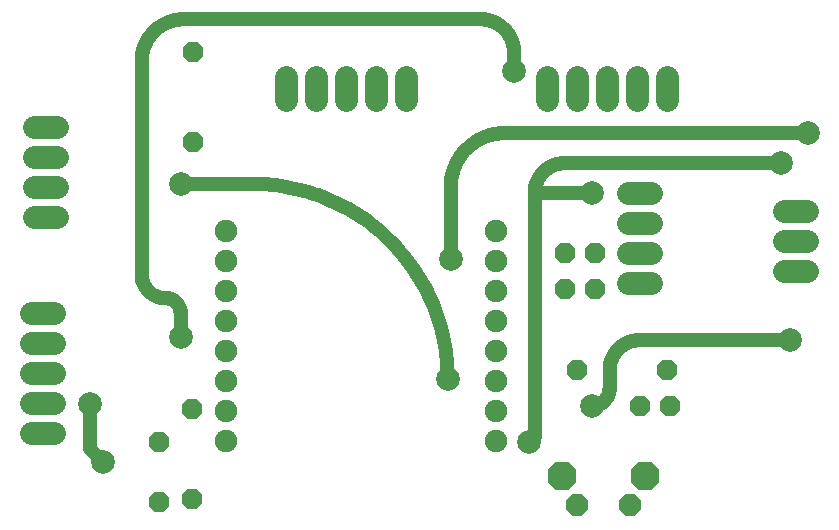
<source format=gbr>
G04 EAGLE Gerber X2 export*
%TF.Part,Single*%
%TF.FileFunction,Copper,L1,Top,Mixed*%
%TF.FilePolarity,Positive*%
%TF.GenerationSoftware,Autodesk,EAGLE,9.1.0*%
%TF.CreationDate,2020-08-17T04:28:19Z*%
G75*
%MOMM*%
%FSLAX34Y34*%
%LPD*%
%AMOC8*
5,1,8,0,0,1.08239X$1,22.5*%
G01*
%ADD10P,1.853918X8X22.500000*%
%ADD11P,1.853918X8X112.500000*%
%ADD12P,1.853918X8X292.500000*%
%ADD13C,1.900000*%
%ADD14P,2.056541X8X22.500000*%
%ADD15P,2.597736X8X22.500000*%
%ADD16C,1.916000*%
%ADD17P,1.853918X8X202.500000*%
%ADD18C,2.000000*%
%ADD19C,1.200000*%


D10*
X528320Y124460D03*
X553720Y124460D03*
D11*
X149700Y45800D03*
X149700Y122000D03*
D12*
X121760Y93980D03*
X121760Y43180D03*
D13*
X177800Y120650D03*
X177800Y146050D03*
X177800Y171450D03*
X177800Y196850D03*
X177800Y222250D03*
X177800Y247650D03*
X177800Y273050D03*
X406400Y120650D03*
X406400Y146050D03*
X406400Y171450D03*
X406400Y196850D03*
X406400Y222250D03*
X406400Y247650D03*
X406400Y273050D03*
X177800Y95250D03*
X406400Y95250D03*
D14*
X475340Y40640D03*
X520340Y40640D03*
D15*
X532840Y65640D03*
X462840Y65640D03*
D16*
X32440Y101680D02*
X13280Y101680D01*
X13280Y127080D02*
X32440Y127080D01*
X32440Y152480D02*
X13280Y152480D01*
X13280Y177880D02*
X32440Y177880D01*
X32440Y203280D02*
X13280Y203280D01*
X15820Y284480D02*
X34980Y284480D01*
X34980Y309880D02*
X15820Y309880D01*
X15820Y335280D02*
X34980Y335280D01*
X34980Y360680D02*
X15820Y360680D01*
X228600Y384120D02*
X228600Y403280D01*
X254000Y403280D02*
X254000Y384120D01*
X279400Y384120D02*
X279400Y403280D01*
X304800Y403280D02*
X304800Y384120D01*
X330200Y384120D02*
X330200Y403280D01*
X449580Y403280D02*
X449580Y384120D01*
X474980Y384120D02*
X474980Y403280D01*
X500380Y403280D02*
X500380Y384120D01*
X525780Y384120D02*
X525780Y403280D01*
X551180Y403280D02*
X551180Y384120D01*
D17*
X551180Y154940D03*
X474980Y154940D03*
D16*
X518740Y228600D02*
X537900Y228600D01*
X537900Y254000D02*
X518740Y254000D01*
X518740Y279400D02*
X537900Y279400D01*
X537900Y304800D02*
X518740Y304800D01*
D12*
X150000Y424060D03*
X150000Y347860D03*
D10*
X464820Y223520D03*
X490220Y223520D03*
X464820Y254000D03*
X490220Y254000D03*
D16*
X650820Y289560D02*
X669980Y289560D01*
X669980Y264160D02*
X650820Y264160D01*
X650820Y238760D02*
X669980Y238760D01*
D18*
X487680Y304800D03*
D19*
X439420Y304800D01*
D18*
X434340Y93980D03*
D19*
X434480Y93982D01*
X434620Y93988D01*
X434760Y93997D01*
X434899Y94011D01*
X435038Y94028D01*
X435176Y94049D01*
X435314Y94074D01*
X435451Y94103D01*
X435587Y94135D01*
X435722Y94172D01*
X435856Y94212D01*
X435989Y94255D01*
X436121Y94303D01*
X436252Y94353D01*
X436381Y94408D01*
X436508Y94466D01*
X436634Y94527D01*
X436758Y94592D01*
X436880Y94661D01*
X437000Y94732D01*
X437118Y94807D01*
X437235Y94885D01*
X437349Y94967D01*
X437460Y95051D01*
X437569Y95139D01*
X437676Y95229D01*
X437781Y95323D01*
X437882Y95419D01*
X437981Y95518D01*
X438077Y95619D01*
X438171Y95724D01*
X438261Y95831D01*
X438349Y95940D01*
X438433Y96051D01*
X438515Y96165D01*
X438593Y96282D01*
X438668Y96400D01*
X438739Y96520D01*
X438808Y96642D01*
X438873Y96766D01*
X438934Y96892D01*
X438992Y97019D01*
X439047Y97148D01*
X439097Y97279D01*
X439145Y97411D01*
X439188Y97544D01*
X439228Y97678D01*
X439265Y97813D01*
X439297Y97949D01*
X439326Y98086D01*
X439351Y98224D01*
X439372Y98362D01*
X439389Y98501D01*
X439403Y98640D01*
X439412Y98780D01*
X439418Y98920D01*
X439420Y99060D01*
X439420Y304800D01*
X439427Y305414D01*
X439450Y306027D01*
X439487Y306640D01*
X439539Y307251D01*
X439605Y307862D01*
X439687Y308470D01*
X439783Y309076D01*
X439893Y309680D01*
X440018Y310281D01*
X440158Y310879D01*
X440312Y311473D01*
X440481Y312063D01*
X440663Y312649D01*
X440860Y313230D01*
X441071Y313807D01*
X441295Y314378D01*
X441533Y314944D01*
X441785Y315504D01*
X442051Y316057D01*
X442329Y316604D01*
X442621Y317144D01*
X442926Y317677D01*
X443244Y318202D01*
X443574Y318720D01*
X443916Y319229D01*
X444271Y319730D01*
X444638Y320222D01*
X445016Y320705D01*
X445406Y321179D01*
X445808Y321643D01*
X446220Y322098D01*
X446644Y322542D01*
X447078Y322976D01*
X447522Y323400D01*
X447977Y323812D01*
X448441Y324214D01*
X448915Y324604D01*
X449398Y324982D01*
X449890Y325349D01*
X450391Y325704D01*
X450900Y326046D01*
X451418Y326376D01*
X451943Y326694D01*
X452476Y326999D01*
X453016Y327291D01*
X453563Y327569D01*
X454116Y327835D01*
X454676Y328087D01*
X455242Y328325D01*
X455813Y328549D01*
X456390Y328760D01*
X456971Y328957D01*
X457557Y329139D01*
X458147Y329308D01*
X458741Y329462D01*
X459339Y329602D01*
X459940Y329727D01*
X460544Y329837D01*
X461150Y329933D01*
X461758Y330015D01*
X462369Y330081D01*
X462980Y330133D01*
X463593Y330170D01*
X464206Y330193D01*
X464820Y330200D01*
X647700Y330200D01*
D18*
X647700Y330200D03*
X422000Y408000D03*
D19*
X142240Y452120D02*
X141381Y452110D01*
X140522Y452078D01*
X139664Y452027D01*
X138808Y451954D01*
X137954Y451861D01*
X137102Y451747D01*
X136253Y451612D01*
X135408Y451458D01*
X134567Y451282D01*
X133730Y451087D01*
X132898Y450871D01*
X132072Y450635D01*
X131251Y450380D01*
X130437Y450104D01*
X129630Y449809D01*
X128831Y449495D01*
X128039Y449161D01*
X127255Y448808D01*
X126480Y448437D01*
X125714Y448047D01*
X124958Y447638D01*
X124213Y447212D01*
X123477Y446767D01*
X122753Y446305D01*
X122040Y445825D01*
X121338Y445329D01*
X120649Y444815D01*
X119973Y444285D01*
X119309Y443739D01*
X118659Y443177D01*
X118023Y442599D01*
X117401Y442007D01*
X116793Y441399D01*
X116201Y440777D01*
X115623Y440141D01*
X115061Y439491D01*
X114515Y438827D01*
X113985Y438151D01*
X113471Y437462D01*
X112975Y436760D01*
X112495Y436047D01*
X112033Y435323D01*
X111588Y434587D01*
X111162Y433842D01*
X110753Y433086D01*
X110363Y432320D01*
X109992Y431545D01*
X109639Y430761D01*
X109305Y429969D01*
X108991Y429170D01*
X108696Y428363D01*
X108420Y427549D01*
X108165Y426728D01*
X107929Y425902D01*
X107713Y425070D01*
X107518Y424233D01*
X107342Y423392D01*
X107188Y422547D01*
X107053Y421698D01*
X106939Y420846D01*
X106846Y419992D01*
X106773Y419136D01*
X106722Y418278D01*
X106690Y417419D01*
X106680Y416560D01*
X393700Y452120D02*
X394384Y452112D01*
X395067Y452087D01*
X395750Y452046D01*
X396431Y451988D01*
X397111Y451914D01*
X397789Y451823D01*
X398465Y451716D01*
X399137Y451593D01*
X399807Y451453D01*
X400473Y451298D01*
X401135Y451126D01*
X401792Y450938D01*
X402445Y450735D01*
X403093Y450516D01*
X403735Y450281D01*
X404372Y450031D01*
X405002Y449765D01*
X405626Y449485D01*
X406242Y449189D01*
X406852Y448878D01*
X407453Y448553D01*
X408047Y448214D01*
X408632Y447860D01*
X409209Y447492D01*
X409776Y447110D01*
X410334Y446715D01*
X410883Y446307D01*
X411421Y445885D01*
X411949Y445450D01*
X412466Y445003D01*
X412973Y444543D01*
X413468Y444071D01*
X413951Y443588D01*
X414423Y443093D01*
X414883Y442586D01*
X415330Y442069D01*
X415765Y441541D01*
X416187Y441003D01*
X416595Y440454D01*
X416990Y439896D01*
X417372Y439329D01*
X417740Y438752D01*
X418094Y438167D01*
X418433Y437573D01*
X418758Y436972D01*
X419069Y436362D01*
X419365Y435746D01*
X419645Y435122D01*
X419911Y434492D01*
X420161Y433855D01*
X420396Y433213D01*
X420615Y432565D01*
X420818Y431912D01*
X421006Y431255D01*
X421178Y430593D01*
X421333Y429927D01*
X421473Y429257D01*
X421596Y428585D01*
X421703Y427909D01*
X421794Y427231D01*
X421868Y426551D01*
X421926Y425870D01*
X421967Y425187D01*
X421992Y424504D01*
X422000Y423820D01*
X422000Y408000D01*
X393700Y452120D02*
X142240Y452120D01*
D18*
X139700Y182880D03*
D19*
X139700Y203200D01*
X139696Y203507D01*
X139685Y203814D01*
X139667Y204120D01*
X139641Y204426D01*
X139607Y204731D01*
X139567Y205035D01*
X139519Y205338D01*
X139463Y205640D01*
X139401Y205940D01*
X139331Y206239D01*
X139254Y206536D01*
X139170Y206832D01*
X139078Y207125D01*
X138980Y207415D01*
X138875Y207703D01*
X138762Y207989D01*
X138643Y208272D01*
X138517Y208552D01*
X138385Y208829D01*
X138245Y209102D01*
X138099Y209372D01*
X137947Y209638D01*
X137788Y209901D01*
X137623Y210160D01*
X137452Y210414D01*
X137275Y210665D01*
X137091Y210911D01*
X136902Y211153D01*
X136707Y211389D01*
X136506Y211622D01*
X136300Y211849D01*
X136088Y212071D01*
X135871Y212288D01*
X135649Y212500D01*
X135422Y212706D01*
X135189Y212907D01*
X134953Y213102D01*
X134711Y213291D01*
X134465Y213475D01*
X134214Y213652D01*
X133960Y213823D01*
X133701Y213988D01*
X133438Y214147D01*
X133172Y214299D01*
X132902Y214445D01*
X132629Y214585D01*
X132352Y214717D01*
X132072Y214843D01*
X131789Y214962D01*
X131503Y215075D01*
X131215Y215180D01*
X130925Y215278D01*
X130632Y215370D01*
X130336Y215454D01*
X130039Y215531D01*
X129740Y215601D01*
X129440Y215663D01*
X129138Y215719D01*
X128835Y215767D01*
X128531Y215807D01*
X128226Y215841D01*
X127920Y215867D01*
X127614Y215885D01*
X127307Y215896D01*
X127000Y215900D01*
X126509Y215906D01*
X126018Y215924D01*
X125528Y215953D01*
X125039Y215995D01*
X124551Y216048D01*
X124064Y216113D01*
X123579Y216190D01*
X123096Y216279D01*
X122615Y216379D01*
X122137Y216490D01*
X121662Y216614D01*
X121190Y216748D01*
X120721Y216895D01*
X120256Y217052D01*
X119794Y217220D01*
X119337Y217400D01*
X118885Y217591D01*
X118437Y217792D01*
X117994Y218005D01*
X117557Y218228D01*
X117125Y218461D01*
X116699Y218705D01*
X116278Y218959D01*
X115864Y219223D01*
X115457Y219497D01*
X115056Y219781D01*
X114662Y220074D01*
X114276Y220377D01*
X113897Y220689D01*
X113525Y221010D01*
X113162Y221340D01*
X112806Y221679D01*
X112459Y222026D01*
X112120Y222382D01*
X111790Y222745D01*
X111469Y223117D01*
X111157Y223496D01*
X110854Y223882D01*
X110561Y224276D01*
X110277Y224677D01*
X110003Y225084D01*
X109739Y225498D01*
X109485Y225919D01*
X109241Y226345D01*
X109008Y226777D01*
X108785Y227214D01*
X108572Y227657D01*
X108371Y228105D01*
X108180Y228557D01*
X108000Y229014D01*
X107832Y229476D01*
X107675Y229941D01*
X107528Y230410D01*
X107394Y230882D01*
X107270Y231357D01*
X107159Y231835D01*
X107059Y232316D01*
X106970Y232799D01*
X106893Y233284D01*
X106828Y233771D01*
X106775Y234259D01*
X106733Y234748D01*
X106704Y235238D01*
X106686Y235729D01*
X106680Y236220D01*
X106680Y416560D01*
X140300Y312780D02*
X169220Y312780D01*
D18*
X140300Y312780D03*
X365760Y147320D03*
D19*
X365710Y151381D01*
X365561Y155439D01*
X365312Y159492D01*
X364963Y163538D01*
X364516Y167574D01*
X363969Y171598D01*
X363324Y175607D01*
X362581Y179600D01*
X361740Y183572D01*
X360801Y187524D01*
X359766Y191450D01*
X358635Y195351D01*
X357409Y199222D01*
X356088Y203062D01*
X354673Y206868D01*
X353165Y210639D01*
X351565Y214371D01*
X349874Y218063D01*
X348093Y221713D01*
X346223Y225317D01*
X344265Y228875D01*
X342220Y232383D01*
X340089Y235841D01*
X337875Y239245D01*
X335578Y242593D01*
X333199Y245884D01*
X330740Y249116D01*
X328202Y252287D01*
X325588Y255394D01*
X322898Y258436D01*
X320134Y261411D01*
X317298Y264318D01*
X314391Y267154D01*
X311416Y269918D01*
X308374Y272608D01*
X305267Y275222D01*
X302096Y277760D01*
X298864Y280219D01*
X295573Y282598D01*
X292225Y284895D01*
X288821Y287109D01*
X285363Y289240D01*
X281855Y291285D01*
X278297Y293243D01*
X274693Y295113D01*
X271043Y296894D01*
X267351Y298585D01*
X263619Y300185D01*
X259848Y301693D01*
X256042Y303108D01*
X252202Y304429D01*
X248331Y305655D01*
X244430Y306786D01*
X240504Y307821D01*
X236552Y308760D01*
X232580Y309601D01*
X228587Y310344D01*
X224578Y310989D01*
X220554Y311536D01*
X216518Y311983D01*
X212472Y312332D01*
X208419Y312581D01*
X204361Y312730D01*
X200300Y312780D01*
X140300Y312780D01*
X63000Y126000D02*
X63000Y88000D01*
X74000Y77000D01*
D18*
X63000Y126000D03*
X74000Y77000D03*
X487680Y124460D03*
D19*
X488048Y124464D01*
X488416Y124478D01*
X488784Y124500D01*
X489151Y124531D01*
X489517Y124571D01*
X489882Y124620D01*
X490246Y124678D01*
X490608Y124744D01*
X490969Y124819D01*
X491327Y124903D01*
X491684Y124995D01*
X492038Y125096D01*
X492389Y125206D01*
X492738Y125324D01*
X493084Y125450D01*
X493427Y125585D01*
X493766Y125728D01*
X494102Y125879D01*
X494434Y126038D01*
X494762Y126206D01*
X495086Y126381D01*
X495406Y126564D01*
X495721Y126754D01*
X496032Y126952D01*
X496337Y127158D01*
X496638Y127371D01*
X496933Y127591D01*
X497223Y127818D01*
X497507Y128052D01*
X497786Y128293D01*
X498059Y128540D01*
X498325Y128794D01*
X498586Y129055D01*
X498840Y129321D01*
X499087Y129594D01*
X499328Y129873D01*
X499562Y130157D01*
X499789Y130447D01*
X500009Y130742D01*
X500222Y131043D01*
X500428Y131348D01*
X500626Y131659D01*
X500816Y131974D01*
X500999Y132294D01*
X501174Y132618D01*
X501342Y132946D01*
X501501Y133278D01*
X501652Y133614D01*
X501795Y133953D01*
X501930Y134296D01*
X502056Y134642D01*
X502174Y134991D01*
X502284Y135342D01*
X502385Y135696D01*
X502477Y136053D01*
X502561Y136411D01*
X502636Y136772D01*
X502702Y137134D01*
X502760Y137498D01*
X502809Y137863D01*
X502849Y138229D01*
X502880Y138596D01*
X502902Y138964D01*
X502916Y139332D01*
X502920Y139700D01*
X502920Y154940D01*
X502927Y155554D01*
X502950Y156167D01*
X502987Y156780D01*
X503039Y157391D01*
X503105Y158002D01*
X503187Y158610D01*
X503283Y159216D01*
X503393Y159820D01*
X503518Y160421D01*
X503658Y161019D01*
X503812Y161613D01*
X503981Y162203D01*
X504163Y162789D01*
X504360Y163370D01*
X504571Y163947D01*
X504795Y164518D01*
X505033Y165084D01*
X505285Y165644D01*
X505551Y166197D01*
X505829Y166744D01*
X506121Y167284D01*
X506426Y167817D01*
X506744Y168342D01*
X507074Y168860D01*
X507416Y169369D01*
X507771Y169870D01*
X508138Y170362D01*
X508516Y170845D01*
X508906Y171319D01*
X509308Y171783D01*
X509720Y172238D01*
X510144Y172682D01*
X510578Y173116D01*
X511022Y173540D01*
X511477Y173952D01*
X511941Y174354D01*
X512415Y174744D01*
X512898Y175122D01*
X513390Y175489D01*
X513891Y175844D01*
X514400Y176186D01*
X514918Y176516D01*
X515443Y176834D01*
X515976Y177139D01*
X516516Y177431D01*
X517063Y177709D01*
X517616Y177975D01*
X518176Y178227D01*
X518742Y178465D01*
X519313Y178689D01*
X519890Y178900D01*
X520471Y179097D01*
X521057Y179279D01*
X521647Y179448D01*
X522241Y179602D01*
X522839Y179742D01*
X523440Y179867D01*
X524044Y179977D01*
X524650Y180073D01*
X525258Y180155D01*
X525869Y180221D01*
X526480Y180273D01*
X527093Y180310D01*
X527706Y180333D01*
X528320Y180340D01*
X655320Y180340D01*
D18*
X655320Y180340D03*
X368300Y248920D03*
D19*
X670560Y355600D02*
X673100Y355600D01*
D18*
X670560Y355600D03*
D19*
X414020Y355600D02*
X412915Y355587D01*
X411811Y355547D01*
X410708Y355480D01*
X409607Y355387D01*
X408509Y355267D01*
X407414Y355120D01*
X406323Y354947D01*
X405236Y354748D01*
X404154Y354523D01*
X403078Y354271D01*
X402009Y353994D01*
X400947Y353691D01*
X399892Y353362D01*
X398845Y353008D01*
X397807Y352629D01*
X396779Y352225D01*
X395761Y351796D01*
X394754Y351342D01*
X393757Y350865D01*
X392773Y350363D01*
X391801Y349838D01*
X390842Y349289D01*
X389896Y348718D01*
X388965Y348123D01*
X388048Y347507D01*
X387146Y346868D01*
X386261Y346208D01*
X385391Y345527D01*
X384538Y344825D01*
X383702Y344102D01*
X382884Y343359D01*
X382084Y342597D01*
X381303Y341816D01*
X380541Y341016D01*
X379798Y340198D01*
X379075Y339362D01*
X378373Y338509D01*
X377692Y337639D01*
X377032Y336754D01*
X376393Y335852D01*
X375777Y334935D01*
X375182Y334004D01*
X374611Y333058D01*
X374062Y332099D01*
X373537Y331127D01*
X373035Y330143D01*
X372558Y329146D01*
X372104Y328139D01*
X371675Y327121D01*
X371271Y326093D01*
X370892Y325055D01*
X370538Y324008D01*
X370209Y322953D01*
X369906Y321891D01*
X369629Y320822D01*
X369377Y319746D01*
X369152Y318664D01*
X368953Y317577D01*
X368780Y316486D01*
X368633Y315391D01*
X368513Y314293D01*
X368420Y313192D01*
X368353Y312089D01*
X368313Y310985D01*
X368300Y309880D01*
X368300Y248920D01*
X414020Y355600D02*
X670560Y355600D01*
M02*

</source>
